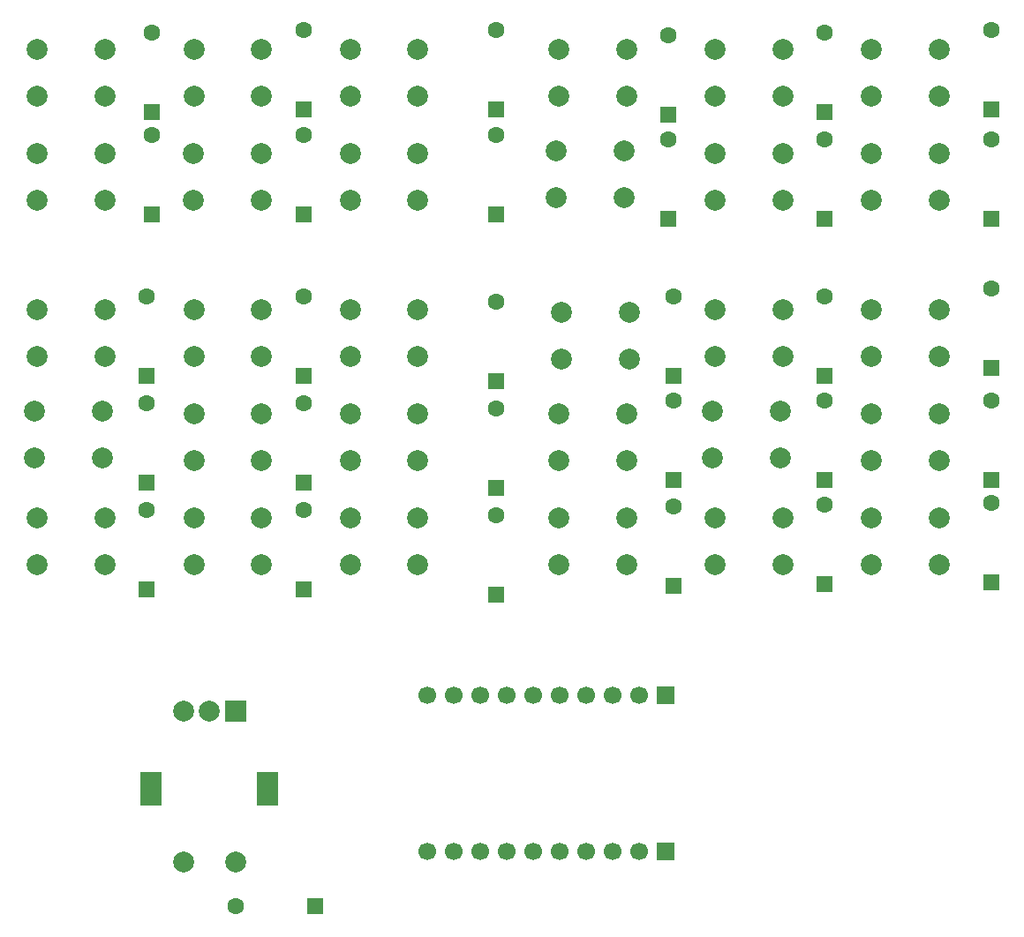
<source format=gbr>
%TF.GenerationSoftware,KiCad,Pcbnew,9.0.7*%
%TF.CreationDate,2026-01-22T21:08:17+09:00*%
%TF.ProjectId,YMMkeyboard,594d4d6b-6579-4626-9f61-72642e6b6963,rev?*%
%TF.SameCoordinates,Original*%
%TF.FileFunction,Soldermask,Bot*%
%TF.FilePolarity,Negative*%
%FSLAX46Y46*%
G04 Gerber Fmt 4.6, Leading zero omitted, Abs format (unit mm)*
G04 Created by KiCad (PCBNEW 9.0.7) date 2026-01-22 21:08:17*
%MOMM*%
%LPD*%
G01*
G04 APERTURE LIST*
G04 Aperture macros list*
%AMRoundRect*
0 Rectangle with rounded corners*
0 $1 Rounding radius*
0 $2 $3 $4 $5 $6 $7 $8 $9 X,Y pos of 4 corners*
0 Add a 4 corners polygon primitive as box body*
4,1,4,$2,$3,$4,$5,$6,$7,$8,$9,$2,$3,0*
0 Add four circle primitives for the rounded corners*
1,1,$1+$1,$2,$3*
1,1,$1+$1,$4,$5*
1,1,$1+$1,$6,$7*
1,1,$1+$1,$8,$9*
0 Add four rect primitives between the rounded corners*
20,1,$1+$1,$2,$3,$4,$5,0*
20,1,$1+$1,$4,$5,$6,$7,0*
20,1,$1+$1,$6,$7,$8,$9,0*
20,1,$1+$1,$8,$9,$2,$3,0*%
G04 Aperture macros list end*
%ADD10RoundRect,0.250000X0.550000X0.550000X-0.550000X0.550000X-0.550000X-0.550000X0.550000X-0.550000X0*%
%ADD11C,1.600000*%
%ADD12C,2.000000*%
%ADD13RoundRect,0.250000X0.550000X-0.550000X0.550000X0.550000X-0.550000X0.550000X-0.550000X-0.550000X0*%
%ADD14R,1.700000X1.700000*%
%ADD15C,1.700000*%
%ADD16R,2.000000X2.000000*%
%ADD17R,2.000000X3.200000*%
G04 APERTURE END LIST*
D10*
%TO.C,D32*%
X57620000Y-113250000D03*
D11*
X50000000Y-113250000D03*
%TD*%
D12*
%TO.C,SW13*%
X111000000Y-41000000D03*
X117500000Y-41000000D03*
X111000000Y-45500000D03*
X117500000Y-45500000D03*
%TD*%
%TO.C,SW12*%
X96000000Y-41000000D03*
X102500000Y-41000000D03*
X96000000Y-45500000D03*
X102500000Y-45500000D03*
%TD*%
%TO.C,SW30*%
X96000000Y-76000000D03*
X102500000Y-76000000D03*
X96000000Y-80500000D03*
X102500000Y-80500000D03*
%TD*%
%TO.C,SW5*%
X81000000Y-31000000D03*
X87500000Y-31000000D03*
X81000000Y-35500000D03*
X87500000Y-35500000D03*
%TD*%
D13*
%TO.C,D21*%
X56500000Y-72620000D03*
D11*
X56500000Y-65000000D03*
%TD*%
D13*
%TO.C,D14*%
X41500000Y-62310000D03*
D11*
X41500000Y-54690000D03*
%TD*%
D13*
%TO.C,D9*%
X56500000Y-46810000D03*
D11*
X56500000Y-39190000D03*
%TD*%
D14*
%TO.C,J3*%
X91220000Y-108000000D03*
D15*
X88680000Y-108000000D03*
X86140000Y-108000000D03*
X83600000Y-108000000D03*
X81060000Y-108000000D03*
X78520000Y-108000000D03*
X75980000Y-108000000D03*
X73440000Y-108000000D03*
X70900000Y-108000000D03*
X68360000Y-108000000D03*
%TD*%
D13*
%TO.C,D2*%
X42000000Y-37000000D03*
D11*
X42000000Y-29380000D03*
%TD*%
D12*
%TO.C,SW17*%
X81250000Y-56250000D03*
X87750000Y-56250000D03*
X81250000Y-60750000D03*
X87750000Y-60750000D03*
%TD*%
D13*
%TO.C,D6*%
X106500000Y-37000000D03*
D11*
X106500000Y-29380000D03*
%TD*%
D14*
%TO.C,J2*%
X91260000Y-93000000D03*
D15*
X88720000Y-93000000D03*
X86180000Y-93000000D03*
X83640000Y-93000000D03*
X81100000Y-93000000D03*
X78560000Y-93000000D03*
X76020000Y-93000000D03*
X73480000Y-93000000D03*
X70940000Y-93000000D03*
X68400000Y-93000000D03*
%TD*%
D13*
%TO.C,D30*%
X106500000Y-82310000D03*
D11*
X106500000Y-74690000D03*
%TD*%
D13*
%TO.C,D10*%
X75000000Y-46810000D03*
D11*
X75000000Y-39190000D03*
%TD*%
D12*
%TO.C,SW7*%
X111000000Y-31000000D03*
X117500000Y-31000000D03*
X111000000Y-35500000D03*
X117500000Y-35500000D03*
%TD*%
%TO.C,SW28*%
X61000000Y-76000000D03*
X67500000Y-76000000D03*
X61000000Y-80500000D03*
X67500000Y-80500000D03*
%TD*%
D13*
%TO.C,D12*%
X106500000Y-47310000D03*
D11*
X106500000Y-39690000D03*
%TD*%
D13*
%TO.C,D20*%
X41500000Y-72620000D03*
D11*
X41500000Y-65000000D03*
%TD*%
D13*
%TO.C,D31*%
X122500000Y-82120000D03*
D11*
X122500000Y-74500000D03*
%TD*%
D12*
%TO.C,SW20*%
X30750000Y-65750000D03*
X37250000Y-65750000D03*
X30750000Y-70250000D03*
X37250000Y-70250000D03*
%TD*%
D13*
%TO.C,D18*%
X106500000Y-62310000D03*
D11*
X106500000Y-54690000D03*
%TD*%
D12*
%TO.C,SW26*%
X31000000Y-76000000D03*
X37500000Y-76000000D03*
X31000000Y-80500000D03*
X37500000Y-80500000D03*
%TD*%
D13*
%TO.C,D7*%
X122500000Y-36810000D03*
D11*
X122500000Y-29190000D03*
%TD*%
D13*
%TO.C,D28*%
X75000000Y-83310000D03*
D11*
X75000000Y-75690000D03*
%TD*%
D13*
%TO.C,D19*%
X122500000Y-61620000D03*
D11*
X122500000Y-54000000D03*
%TD*%
D12*
%TO.C,SW21*%
X46000000Y-66000000D03*
X52500000Y-66000000D03*
X46000000Y-70500000D03*
X52500000Y-70500000D03*
%TD*%
D13*
%TO.C,D13*%
X122500000Y-47310000D03*
D11*
X122500000Y-39690000D03*
%TD*%
D12*
%TO.C,SW16*%
X61000000Y-56000000D03*
X67500000Y-56000000D03*
X61000000Y-60500000D03*
X67500000Y-60500000D03*
%TD*%
%TO.C,SW29*%
X81000000Y-76000000D03*
X87500000Y-76000000D03*
X81000000Y-80500000D03*
X87500000Y-80500000D03*
%TD*%
%TO.C,SW14*%
X31000000Y-56000000D03*
X37500000Y-56000000D03*
X31000000Y-60500000D03*
X37500000Y-60500000D03*
%TD*%
%TO.C,SW15*%
X46000000Y-56000000D03*
X52500000Y-56000000D03*
X46000000Y-60500000D03*
X52500000Y-60500000D03*
%TD*%
D13*
%TO.C,D23*%
X92000000Y-72310000D03*
D11*
X92000000Y-64690000D03*
%TD*%
D13*
%TO.C,D3*%
X56500000Y-36810000D03*
D11*
X56500000Y-29190000D03*
%TD*%
D13*
%TO.C,D27*%
X56500000Y-82810000D03*
D11*
X56500000Y-75190000D03*
%TD*%
D12*
%TO.C,SW18*%
X96000000Y-56000000D03*
X102500000Y-56000000D03*
X96000000Y-60500000D03*
X102500000Y-60500000D03*
%TD*%
%TO.C,SW11*%
X80750000Y-40750000D03*
X87250000Y-40750000D03*
X80750000Y-45250000D03*
X87250000Y-45250000D03*
%TD*%
D13*
%TO.C,D29*%
X92000000Y-82500000D03*
D11*
X92000000Y-74880000D03*
%TD*%
D12*
%TO.C,SW24*%
X95750000Y-65750000D03*
X102250000Y-65750000D03*
X95750000Y-70250000D03*
X102250000Y-70250000D03*
%TD*%
D13*
%TO.C,D26*%
X41500000Y-82810000D03*
D11*
X41500000Y-75190000D03*
%TD*%
D12*
%TO.C,SW31*%
X111000000Y-76000000D03*
X117500000Y-76000000D03*
X111000000Y-80500000D03*
X117500000Y-80500000D03*
%TD*%
D13*
%TO.C,D5*%
X91500000Y-37310000D03*
D11*
X91500000Y-29690000D03*
%TD*%
D13*
%TO.C,D4*%
X75000000Y-36810000D03*
D11*
X75000000Y-29190000D03*
%TD*%
D12*
%TO.C,SW27*%
X46000000Y-76000000D03*
X52500000Y-76000000D03*
X46000000Y-80500000D03*
X52500000Y-80500000D03*
%TD*%
D13*
%TO.C,D24*%
X106500000Y-72310000D03*
D11*
X106500000Y-64690000D03*
%TD*%
D13*
%TO.C,D17*%
X92000000Y-62310000D03*
D11*
X92000000Y-54690000D03*
%TD*%
D12*
%TO.C,SW2*%
X31000000Y-31000000D03*
X37500000Y-31000000D03*
X31000000Y-35500000D03*
X37500000Y-35500000D03*
%TD*%
D13*
%TO.C,D8*%
X42000000Y-46810000D03*
D11*
X42000000Y-39190000D03*
%TD*%
D13*
%TO.C,D15*%
X56500000Y-62310000D03*
D11*
X56500000Y-54690000D03*
%TD*%
D12*
%TO.C,SW25*%
X111000000Y-66000000D03*
X117500000Y-66000000D03*
X111000000Y-70500000D03*
X117500000Y-70500000D03*
%TD*%
%TO.C,SW10*%
X61000000Y-41000000D03*
X67500000Y-41000000D03*
X61000000Y-45500000D03*
X67500000Y-45500000D03*
%TD*%
%TO.C,SW23*%
X81000000Y-66000000D03*
X87500000Y-66000000D03*
X81000000Y-70500000D03*
X87500000Y-70500000D03*
%TD*%
%TO.C,SW8*%
X31000000Y-41000000D03*
X37500000Y-41000000D03*
X31000000Y-45500000D03*
X37500000Y-45500000D03*
%TD*%
D13*
%TO.C,D22*%
X75000000Y-73120000D03*
D11*
X75000000Y-65500000D03*
%TD*%
D12*
%TO.C,SW4*%
X61000000Y-31000000D03*
X67500000Y-31000000D03*
X61000000Y-35500000D03*
X67500000Y-35500000D03*
%TD*%
D13*
%TO.C,D16*%
X75000000Y-62810000D03*
D11*
X75000000Y-55190000D03*
%TD*%
D12*
%TO.C,SW6*%
X96000000Y-31000000D03*
X102500000Y-31000000D03*
X96000000Y-35500000D03*
X102500000Y-35500000D03*
%TD*%
%TO.C,SW22*%
X61000000Y-66000000D03*
X67500000Y-66000000D03*
X61000000Y-70500000D03*
X67500000Y-70500000D03*
%TD*%
D13*
%TO.C,D11*%
X91500000Y-47310000D03*
D11*
X91500000Y-39690000D03*
%TD*%
D13*
%TO.C,D25*%
X122500000Y-72310000D03*
D11*
X122500000Y-64690000D03*
%TD*%
D12*
%TO.C,SW9*%
X45950000Y-41000000D03*
X52450000Y-41000000D03*
X45950000Y-45500000D03*
X52450000Y-45500000D03*
%TD*%
D16*
%TO.C,SW32*%
X50000000Y-94500000D03*
D12*
X45000000Y-94500000D03*
X47500000Y-94500000D03*
D17*
X53100000Y-102000000D03*
X41900000Y-102000000D03*
D12*
X45000000Y-109000000D03*
X50000000Y-109000000D03*
%TD*%
%TO.C,SW3*%
X46000000Y-31000000D03*
X52500000Y-31000000D03*
X46000000Y-35500000D03*
X52500000Y-35500000D03*
%TD*%
%TO.C,SW19*%
X111000000Y-56000000D03*
X117500000Y-56000000D03*
X111000000Y-60500000D03*
X117500000Y-60500000D03*
%TD*%
M02*

</source>
